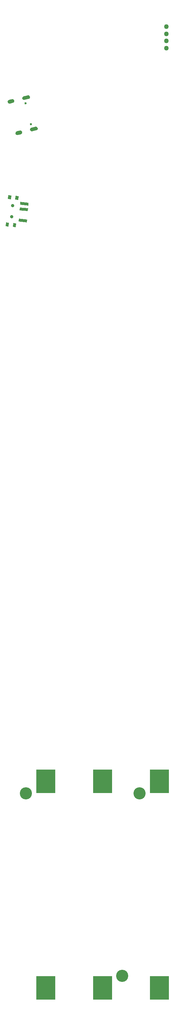
<source format=gbr>
G04 EAGLE Gerber RS-274X export*
G75*
%MOMM*%
%FSLAX34Y34*%
%LPD*%
%INSoldermask Bottom*%
%IPPOS*%
%AMOC8*
5,1,8,0,0,1.08239X$1,22.5*%
G01*
%ADD10R,2.209800X0.762000*%
%ADD11R,0.812800X0.990600*%
%ADD12C,0.900000*%
%ADD13C,1.270000*%
%ADD14C,0.600000*%
%ADD15R,5.080000X6.350000*%
%ADD16C,3.251200*%

G36*
X-189260Y-362101D02*
X-189260Y-362101D01*
X-189256Y-362106D01*
X-188146Y-361958D01*
X-188143Y-361955D01*
X-188141Y-361957D01*
X-177467Y-359296D01*
X-177465Y-359293D01*
X-177462Y-359294D01*
X-176413Y-358903D01*
X-176409Y-358896D01*
X-176403Y-358898D01*
X-175467Y-358284D01*
X-175464Y-358276D01*
X-175459Y-358277D01*
X-174683Y-357470D01*
X-174682Y-357461D01*
X-174676Y-357461D01*
X-174099Y-356501D01*
X-174100Y-356493D01*
X-174095Y-356491D01*
X-173746Y-355427D01*
X-173748Y-355423D01*
X-173745Y-355421D01*
X-173747Y-355418D01*
X-173744Y-355416D01*
X-173641Y-354301D01*
X-173645Y-354294D01*
X-173641Y-354290D01*
X-173789Y-353180D01*
X-173794Y-353175D01*
X-173791Y-353170D01*
X-174168Y-352128D01*
X-174174Y-352123D01*
X-174172Y-352118D01*
X-174771Y-351185D01*
X-174779Y-351182D01*
X-174778Y-351176D01*
X-175570Y-350400D01*
X-175578Y-350399D01*
X-175579Y-350394D01*
X-176523Y-349813D01*
X-176531Y-349814D01*
X-176533Y-349808D01*
X-177583Y-349453D01*
X-177590Y-349455D01*
X-177593Y-349450D01*
X-178696Y-349337D01*
X-178703Y-349341D01*
X-178707Y-349337D01*
X-179807Y-349472D01*
X-179811Y-349475D01*
X-179813Y-349473D01*
X-190487Y-352134D01*
X-190489Y-352137D01*
X-190491Y-352136D01*
X-191555Y-352520D01*
X-191560Y-352527D01*
X-191565Y-352525D01*
X-192516Y-353136D01*
X-192519Y-353144D01*
X-192525Y-353143D01*
X-193317Y-353951D01*
X-193318Y-353959D01*
X-193323Y-353959D01*
X-193915Y-354923D01*
X-193915Y-354931D01*
X-193920Y-354933D01*
X-194283Y-356004D01*
X-194280Y-356012D01*
X-194285Y-356015D01*
X-194401Y-357140D01*
X-194396Y-357147D01*
X-194400Y-357151D01*
X-194263Y-358273D01*
X-194257Y-358279D01*
X-194260Y-358285D01*
X-193869Y-359334D01*
X-193862Y-359338D01*
X-193864Y-359344D01*
X-193250Y-360280D01*
X-193242Y-360282D01*
X-193243Y-360288D01*
X-192435Y-361064D01*
X-192427Y-361065D01*
X-192426Y-361070D01*
X-191467Y-361647D01*
X-191459Y-361646D01*
X-191457Y-361652D01*
X-190393Y-362000D01*
X-190385Y-361998D01*
X-190382Y-362003D01*
X-189267Y-362106D01*
X-189260Y-362101D01*
G37*
G36*
X-210186Y-278171D02*
X-210186Y-278171D01*
X-210182Y-278175D01*
X-209072Y-278027D01*
X-209069Y-278024D01*
X-209067Y-278026D01*
X-198394Y-275365D01*
X-198391Y-275362D01*
X-198388Y-275364D01*
X-197339Y-274973D01*
X-197335Y-274966D01*
X-197329Y-274968D01*
X-196393Y-274353D01*
X-196391Y-274346D01*
X-196385Y-274346D01*
X-195609Y-273539D01*
X-195608Y-273531D01*
X-195602Y-273530D01*
X-195026Y-272570D01*
X-195027Y-272562D01*
X-195021Y-272560D01*
X-194672Y-271496D01*
X-194674Y-271492D01*
X-194672Y-271491D01*
X-194674Y-271488D01*
X-194670Y-271486D01*
X-194567Y-270371D01*
X-194571Y-270364D01*
X-194567Y-270360D01*
X-194715Y-269250D01*
X-194721Y-269244D01*
X-194718Y-269239D01*
X-195108Y-268190D01*
X-195115Y-268186D01*
X-195113Y-268180D01*
X-195728Y-267244D01*
X-195736Y-267241D01*
X-195735Y-267236D01*
X-196542Y-266460D01*
X-196550Y-266459D01*
X-196551Y-266453D01*
X-197511Y-265877D01*
X-197519Y-265877D01*
X-197521Y-265872D01*
X-198585Y-265523D01*
X-198592Y-265526D01*
X-198595Y-265521D01*
X-199710Y-265418D01*
X-199713Y-265420D01*
X-199720Y-265420D01*
X-199721Y-265418D01*
X-200831Y-265566D01*
X-200833Y-265567D01*
X-200835Y-265568D01*
X-200837Y-265567D01*
X-211510Y-268228D01*
X-211513Y-268231D01*
X-211515Y-268230D01*
X-212564Y-268620D01*
X-212569Y-268627D01*
X-212574Y-268625D01*
X-213510Y-269240D01*
X-213513Y-269247D01*
X-213519Y-269247D01*
X-214294Y-270054D01*
X-214295Y-270062D01*
X-214301Y-270063D01*
X-214878Y-271023D01*
X-214877Y-271031D01*
X-214882Y-271033D01*
X-215231Y-272097D01*
X-215229Y-272102D01*
X-215232Y-272104D01*
X-215231Y-272106D01*
X-215233Y-272107D01*
X-215336Y-273222D01*
X-215332Y-273229D01*
X-215336Y-273233D01*
X-215189Y-274343D01*
X-215183Y-274349D01*
X-215186Y-274354D01*
X-214795Y-275403D01*
X-214788Y-275408D01*
X-214790Y-275413D01*
X-214176Y-276349D01*
X-214168Y-276352D01*
X-214169Y-276357D01*
X-213361Y-277133D01*
X-213353Y-277134D01*
X-213353Y-277140D01*
X-212393Y-277717D01*
X-212385Y-277716D01*
X-212383Y-277721D01*
X-211319Y-278070D01*
X-211311Y-278067D01*
X-211308Y-278072D01*
X-210193Y-278175D01*
X-210186Y-278171D01*
G37*
G36*
X-249192Y-287896D02*
X-249192Y-287896D01*
X-249188Y-287900D01*
X-248078Y-287753D01*
X-248075Y-287750D01*
X-248073Y-287752D01*
X-240310Y-285816D01*
X-240308Y-285813D01*
X-240305Y-285815D01*
X-239256Y-285424D01*
X-239252Y-285417D01*
X-239246Y-285419D01*
X-238310Y-284804D01*
X-238307Y-284797D01*
X-238302Y-284797D01*
X-237526Y-283990D01*
X-237525Y-283982D01*
X-237519Y-283981D01*
X-236943Y-283022D01*
X-236943Y-283013D01*
X-236938Y-283011D01*
X-236589Y-281948D01*
X-236592Y-281940D01*
X-236587Y-281937D01*
X-236484Y-280822D01*
X-236488Y-280815D01*
X-236484Y-280811D01*
X-236632Y-279701D01*
X-236637Y-279695D01*
X-236634Y-279690D01*
X-237025Y-278641D01*
X-237032Y-278637D01*
X-237030Y-278631D01*
X-237645Y-277695D01*
X-237652Y-277692D01*
X-237652Y-277687D01*
X-238459Y-276911D01*
X-238467Y-276910D01*
X-238468Y-276904D01*
X-239427Y-276328D01*
X-239436Y-276328D01*
X-239437Y-276323D01*
X-240501Y-275974D01*
X-240509Y-275977D01*
X-240512Y-275972D01*
X-241627Y-275869D01*
X-241634Y-275873D01*
X-241638Y-275869D01*
X-242748Y-276017D01*
X-242751Y-276020D01*
X-242753Y-276018D01*
X-250516Y-277953D01*
X-250518Y-277956D01*
X-250521Y-277955D01*
X-251570Y-278346D01*
X-251575Y-278353D01*
X-251580Y-278351D01*
X-252516Y-278965D01*
X-252519Y-278973D01*
X-252525Y-278972D01*
X-253300Y-279779D01*
X-253301Y-279788D01*
X-253307Y-279788D01*
X-253884Y-280748D01*
X-253883Y-280756D01*
X-253888Y-280758D01*
X-254237Y-281822D01*
X-254235Y-281827D01*
X-254238Y-281830D01*
X-254237Y-281831D01*
X-254239Y-281833D01*
X-254342Y-282948D01*
X-254338Y-282955D01*
X-254342Y-282959D01*
X-254195Y-284069D01*
X-254189Y-284074D01*
X-254192Y-284079D01*
X-253801Y-285128D01*
X-253794Y-285133D01*
X-253796Y-285138D01*
X-253182Y-286074D01*
X-253174Y-286077D01*
X-253175Y-286083D01*
X-252367Y-286858D01*
X-252359Y-286859D01*
X-252359Y-286865D01*
X-251399Y-287442D01*
X-251391Y-287441D01*
X-251389Y-287446D01*
X-250325Y-287795D01*
X-250317Y-287792D01*
X-250314Y-287797D01*
X-249199Y-287900D01*
X-249192Y-287896D01*
G37*
G36*
X-228266Y-371827D02*
X-228266Y-371827D01*
X-228262Y-371831D01*
X-227152Y-371683D01*
X-227149Y-371680D01*
X-227147Y-371682D01*
X-219384Y-369747D01*
X-219382Y-369744D01*
X-219379Y-369745D01*
X-218330Y-369354D01*
X-218325Y-369347D01*
X-218320Y-369349D01*
X-217384Y-368735D01*
X-217381Y-368727D01*
X-217375Y-368728D01*
X-216600Y-367921D01*
X-216599Y-367912D01*
X-216593Y-367912D01*
X-216016Y-366952D01*
X-216017Y-366944D01*
X-216012Y-366942D01*
X-215663Y-365878D01*
X-215666Y-365870D01*
X-215661Y-365867D01*
X-215558Y-364752D01*
X-215562Y-364745D01*
X-215558Y-364741D01*
X-215705Y-363631D01*
X-215711Y-363626D01*
X-215708Y-363621D01*
X-216099Y-362572D01*
X-216106Y-362567D01*
X-216104Y-362562D01*
X-216718Y-361626D01*
X-216726Y-361623D01*
X-216725Y-361617D01*
X-217533Y-360842D01*
X-217541Y-360841D01*
X-217541Y-360835D01*
X-218501Y-360258D01*
X-218509Y-360259D01*
X-218511Y-360254D01*
X-219575Y-359905D01*
X-219583Y-359908D01*
X-219586Y-359903D01*
X-220701Y-359800D01*
X-220708Y-359804D01*
X-220712Y-359800D01*
X-221822Y-359947D01*
X-221825Y-359950D01*
X-221827Y-359948D01*
X-229590Y-361884D01*
X-229592Y-361887D01*
X-229595Y-361885D01*
X-230644Y-362276D01*
X-230648Y-362283D01*
X-230654Y-362281D01*
X-231590Y-362896D01*
X-231593Y-362903D01*
X-231598Y-362903D01*
X-232374Y-363710D01*
X-232375Y-363718D01*
X-232381Y-363719D01*
X-232957Y-364678D01*
X-232957Y-364687D01*
X-232962Y-364689D01*
X-233311Y-365752D01*
X-233309Y-365758D01*
X-233312Y-365760D01*
X-233311Y-365762D01*
X-233313Y-365763D01*
X-233416Y-366878D01*
X-233412Y-366885D01*
X-233416Y-366889D01*
X-233268Y-367999D01*
X-233263Y-368005D01*
X-233266Y-368010D01*
X-232875Y-369059D01*
X-232868Y-369063D01*
X-232870Y-369069D01*
X-232255Y-370005D01*
X-232248Y-370008D01*
X-232248Y-370013D01*
X-231441Y-370789D01*
X-231433Y-370790D01*
X-231432Y-370796D01*
X-230473Y-371372D01*
X-230464Y-371372D01*
X-230463Y-371377D01*
X-229399Y-371726D01*
X-229391Y-371723D01*
X-229388Y-371728D01*
X-228273Y-371831D01*
X-228266Y-371827D01*
G37*
D10*
G36*
X-199046Y-560356D02*
X-221059Y-558430D01*
X-220394Y-550840D01*
X-198381Y-552766D01*
X-199046Y-560356D01*
G37*
G36*
X-200353Y-575299D02*
X-222366Y-573373D01*
X-221701Y-565783D01*
X-199688Y-567709D01*
X-200353Y-575299D01*
G37*
G36*
X-202968Y-605185D02*
X-224981Y-603259D01*
X-224316Y-595669D01*
X-202303Y-597595D01*
X-202968Y-605185D01*
G37*
D11*
G36*
X-251748Y-616118D02*
X-259844Y-615409D01*
X-258980Y-605542D01*
X-250884Y-606251D01*
X-251748Y-616118D01*
G37*
G36*
X-232522Y-617800D02*
X-240618Y-617091D01*
X-239754Y-607224D01*
X-231658Y-607933D01*
X-232522Y-617800D01*
G37*
G36*
X-245386Y-543396D02*
X-253482Y-542687D01*
X-252618Y-532820D01*
X-244522Y-533529D01*
X-245386Y-543396D01*
G37*
G36*
X-226160Y-545078D02*
X-234256Y-544369D01*
X-233392Y-534502D01*
X-225296Y-535211D01*
X-226160Y-545078D01*
G37*
D12*
X-243876Y-590239D03*
X-241264Y-560381D03*
D13*
X171450Y-139700D03*
X171450Y-120650D03*
X171450Y-101600D03*
X171450Y-82550D03*
D14*
X-206235Y-286906D03*
X-192252Y-342989D03*
D15*
X-152400Y-2099183D03*
X-152400Y-2650617D03*
D16*
X-205486Y-2130933D03*
D15*
X0Y-2650617D03*
X0Y-2099183D03*
D16*
X53086Y-2618867D03*
D15*
X152400Y-2099183D03*
X152400Y-2650617D03*
D16*
X99314Y-2130933D03*
M02*

</source>
